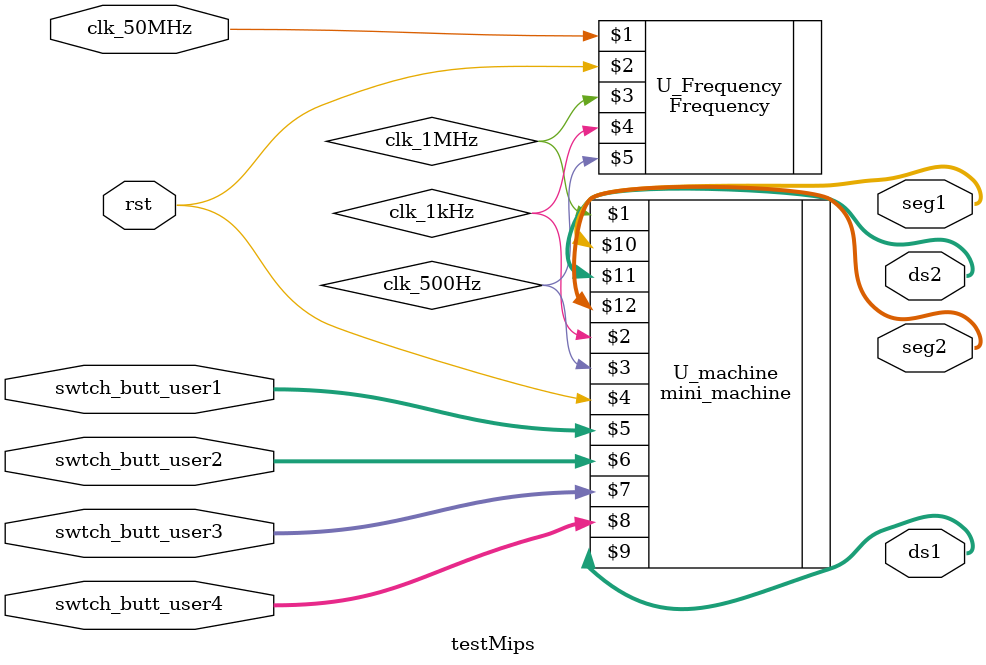
<source format=v>
module testMips(clk_50MHz,rst,swtch_butt_user1,swtch_butt_user2,swtch_butt_user3,swtch_butt_user4,ds1,ds2,seg1,seg2);
  input clk_50MHz,rst;
  input [7:0] swtch_butt_user1,swtch_butt_user2,swtch_butt_user3,swtch_butt_user4;
  output [3:0] ds1,ds2;
  output [7:0] seg1,seg2;
  wire clk_1kHz;
  
  mini_machine U_machine(clk_1MHz,clk_1kHz,clk_500Hz,rst,swtch_butt_user1,swtch_butt_user2,swtch_butt_user3,swtch_butt_user4,ds1,seg1,ds2,seg2);
  Frequency U_Frequency(clk_50MHz,rst,clk_1MHz,clk_1kHz,clk_500Hz);
endmodule
</source>
